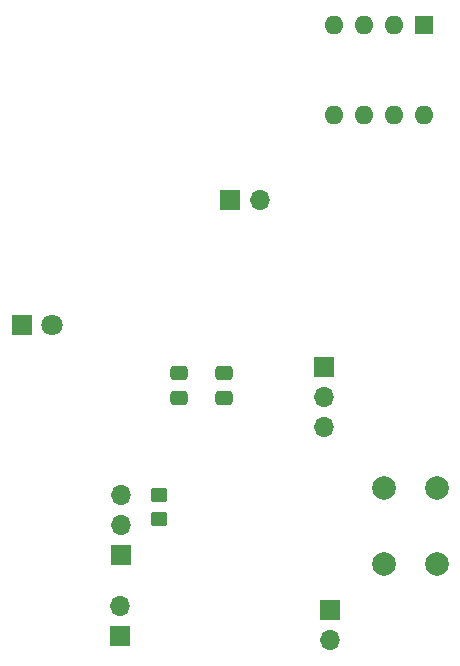
<source format=gbr>
%TF.GenerationSoftware,KiCad,Pcbnew,(6.0.0)*%
%TF.CreationDate,2022-10-14T23:46:23+01:00*%
%TF.ProjectId,MIDIPresetController,4d494449-5072-4657-9365-74436f6e7472,rev?*%
%TF.SameCoordinates,Original*%
%TF.FileFunction,Soldermask,Bot*%
%TF.FilePolarity,Negative*%
%FSLAX46Y46*%
G04 Gerber Fmt 4.6, Leading zero omitted, Abs format (unit mm)*
G04 Created by KiCad (PCBNEW (6.0.0)) date 2022-10-14 23:46:23*
%MOMM*%
%LPD*%
G01*
G04 APERTURE LIST*
G04 Aperture macros list*
%AMRoundRect*
0 Rectangle with rounded corners*
0 $1 Rounding radius*
0 $2 $3 $4 $5 $6 $7 $8 $9 X,Y pos of 4 corners*
0 Add a 4 corners polygon primitive as box body*
4,1,4,$2,$3,$4,$5,$6,$7,$8,$9,$2,$3,0*
0 Add four circle primitives for the rounded corners*
1,1,$1+$1,$2,$3*
1,1,$1+$1,$4,$5*
1,1,$1+$1,$6,$7*
1,1,$1+$1,$8,$9*
0 Add four rect primitives between the rounded corners*
20,1,$1+$1,$2,$3,$4,$5,0*
20,1,$1+$1,$4,$5,$6,$7,0*
20,1,$1+$1,$6,$7,$8,$9,0*
20,1,$1+$1,$8,$9,$2,$3,0*%
G04 Aperture macros list end*
%ADD10R,1.800000X1.800000*%
%ADD11C,1.800000*%
%ADD12R,1.700000X1.700000*%
%ADD13O,1.700000X1.700000*%
%ADD14C,2.000000*%
%ADD15R,1.600000X1.600000*%
%ADD16O,1.600000X1.600000*%
%ADD17RoundRect,0.250000X-0.450000X0.350000X-0.450000X-0.350000X0.450000X-0.350000X0.450000X0.350000X0*%
%ADD18RoundRect,0.250000X0.475000X-0.337500X0.475000X0.337500X-0.475000X0.337500X-0.475000X-0.337500X0*%
G04 APERTURE END LIST*
D10*
%TO.C,D1*%
X124455000Y-102616000D03*
D11*
X126995000Y-102616000D03*
%TD*%
D12*
%TO.C,J4*%
X132772000Y-128910000D03*
D13*
X132772000Y-126370000D03*
%TD*%
D12*
%TO.C,J5*%
X150555000Y-126725388D03*
D13*
X150555000Y-129265388D03*
%TD*%
D12*
%TO.C,J2*%
X132842000Y-122047000D03*
D13*
X132842000Y-119507000D03*
X132842000Y-116967000D03*
%TD*%
D14*
%TO.C,SW1*%
X159653800Y-116358600D03*
X159653800Y-122858600D03*
X155153800Y-122858600D03*
X155153800Y-116358600D03*
%TD*%
D12*
%TO.C,JP1*%
X150051791Y-106103500D03*
D13*
X150051791Y-108643500D03*
X150051791Y-111183500D03*
%TD*%
D15*
%TO.C,SW2*%
X158496000Y-77216000D03*
D16*
X155956000Y-77216000D03*
X153416000Y-77216000D03*
X150876000Y-77216000D03*
X150876000Y-84836000D03*
X153416000Y-84836000D03*
X155956000Y-84836000D03*
X158496000Y-84836000D03*
%TD*%
D12*
%TO.C,J1*%
X142133400Y-92021544D03*
D13*
X144673400Y-92021544D03*
%TD*%
D17*
%TO.C,R2*%
X136118600Y-116973600D03*
X136118600Y-118973600D03*
%TD*%
D18*
%TO.C,C3*%
X141605000Y-108733500D03*
X141605000Y-106658500D03*
%TD*%
%TO.C,C2*%
X137795000Y-108733500D03*
X137795000Y-106658500D03*
%TD*%
M02*

</source>
